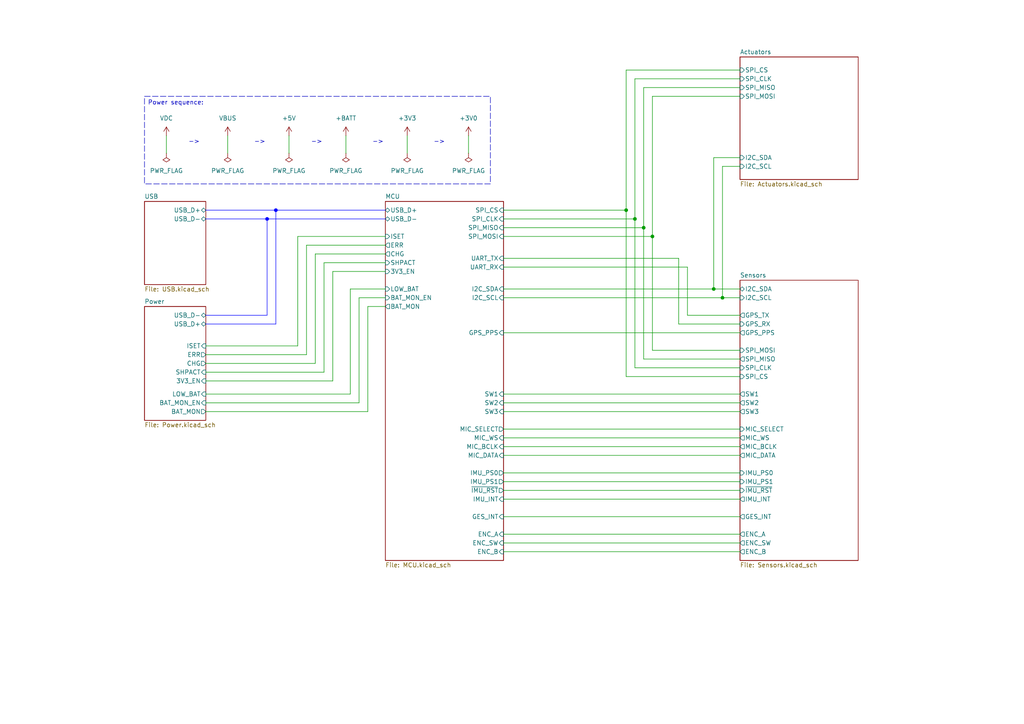
<source format=kicad_sch>
(kicad_sch (version 20230121) (generator eeschema)
  (paper "A4")
  (lib_symbols
    (symbol "power:+3V0" (power) (pin_names (offset 0))
      (property "Value" "+3V0" (at 0 3.556 0))
      (symbol "+3V0_0_1"
        (polyline (pts (xy -0.762 1.27) (xy 0 2.54)))
        (polyline (pts (xy 0 0) (xy 0 2.54)))
        (polyline (pts (xy 0 2.54) (xy 0.762 1.27)))
      )
      (symbol "+3V0_1_1"
        (pin power_in line (at 0 0 90) (length 0) hide (name "+3V0") (number "1"))
      )
    )
    (symbol "power:+3V3" (power) (pin_names (offset 0))
      (property "Value" "+3V3" (at 0 3.556 0))
      (symbol "+3V3_0_1"
        (polyline (pts (xy -0.762 1.27) (xy 0 2.54)))
        (polyline (pts (xy 0 0) (xy 0 2.54)))
        (polyline (pts (xy 0 2.54) (xy 0.762 1.27)))
      )
      (symbol "+3V3_1_1"
        (pin power_in line (at 0 0 90) (length 0) hide (name "+3V3") (number "1"))
      )
    )
    (symbol "power:+5V" (power) (pin_names (offset 0))
      (property "Value" "+5V" (at 0 3.556 0))
      (symbol "+5V_0_1"
        (polyline (pts (xy -0.762 1.27) (xy 0 2.54)))
        (polyline (pts (xy 0 0) (xy 0 2.54)))
        (polyline (pts (xy 0 2.54) (xy 0.762 1.27)))
      )
      (symbol "+5V_1_1"
        (pin power_in line (at 0 0 90) (length 0) hide (name "+5V") (number "1"))
      )
    )
    (symbol "power:+BATT" (power) (pin_names (offset 0))
      (property "Value" "+BATT" (at 0 3.556 0))
      (symbol "+BATT_0_1"
        (polyline (pts (xy -0.762 1.27) (xy 0 2.54)))
        (polyline (pts (xy 0 0) (xy 0 2.54)))
        (polyline (pts (xy 0 2.54) (xy 0.762 1.27)))
      )
      (symbol "+BATT_1_1"
        (pin power_in line (at 0 0 90) (length 0) hide (name "+BATT") (number "1"))
      )
    )
    (symbol "power:PWR_FLAG" (power) (pin_numbers hide) (pin_names (offset 0) hide)
      (property "Value" "PWR_FLAG" (at 0 3.81 0))
      (symbol "PWR_FLAG_0_0"
        (pin power_out line (at 0 0 90) (length 0) (name "pwr") (number "1"))
      )
      (symbol "PWR_FLAG_0_1"
        (polyline (pts (xy 0 0) (xy 0 1.27) (xy -1.016 1.905) (xy 0 2.54) (xy 1.016 1.905) (xy 0 1.27)))
      )
    )
    (symbol "power:VBUS" (power) (pin_names (offset 0))
      (property "Value" "VBUS" (at 0 3.81 0))
      (symbol "VBUS_0_1"
        (polyline (pts (xy -0.762 1.27) (xy 0 2.54)))
        (polyline (pts (xy 0 0) (xy 0 2.54)))
        (polyline (pts (xy 0 2.54) (xy 0.762 1.27)))
      )
      (symbol "VBUS_1_1"
        (pin power_in line (at 0 0 90) (length 0) hide (name "VBUS") (number "1"))
      )
    )
    (symbol "power:VDC" (power) (pin_names (offset 0))
      (property "Value" "VDC" (at 0 6.35 0))
      (symbol "VDC_0_1"
        (polyline (pts (xy -0.762 1.27) (xy 0 2.54)))
        (polyline (pts (xy 0 0) (xy 0 2.54)))
        (polyline (pts (xy 0 2.54) (xy 0.762 1.27)))
      )
      (symbol "VDC_1_1"
        (pin power_in line (at 0 0 90) (length 0) hide (name "VDC") (number "1"))
      )
    )
  )
  (junction (at 80.01 60.96) (color 0 0 255 1))
  (junction (at 207.01 83.82))
  (junction (at 186.69 66.04))
  (junction (at 209.55 86.36))
  (junction (at 77.47 63.5) (color 0 0 255 1))
  (junction (at 181.61 60.96))
  (junction (at 184.15 63.5))
  (junction (at 189.23 68.58))
  (wire (pts (xy 86.36 68.58) (xy 111.76 68.58)))
  (wire (pts (xy 146.05 83.82) (xy 207.01 83.82)))
  (wire (pts (xy 146.05 137.16) (xy 214.63 137.16)))
  (wire (pts (xy 199.39 91.44) (xy 199.39 77.47)))
  (wire (pts (xy 146.05 96.52) (xy 214.63 96.52)))
  (wire (pts (xy 88.9 102.87) (xy 59.69 102.87)))
  (wire (pts (xy 77.47 63.5) (xy 111.76 63.5)) (stroke (width 0) (color 0 0 255 1)))
  (wire (pts (xy 135.89 39.37) (xy 135.89 44.45)))
  (wire (pts (xy 118.11 39.37) (xy 118.11 44.45)))
  (wire (pts (xy 59.69 91.44) (xy 77.47 91.44)) (stroke (width 0) (color 0 0 255 1)))
  (wire (pts (xy 146.05 114.3) (xy 214.63 114.3)))
  (wire (pts (xy 59.69 93.98) (xy 80.01 93.98)) (stroke (width 0) (color 0 0 255 1)))
  (wire (pts (xy 146.05 129.54) (xy 214.63 129.54)))
  (wire (pts (xy 59.69 100.33) (xy 86.36 100.33)))
  (wire (pts (xy 59.69 105.41) (xy 91.44 105.41)))
  (wire (pts (xy 100.33 39.37) (xy 100.33 44.45)))
  (wire (pts (xy 189.23 27.94) (xy 189.23 68.58)))
  (wire (pts (xy 214.63 106.68) (xy 184.15 106.68)))
  (wire (pts (xy 214.63 48.26) (xy 209.55 48.26)))
  (wire (pts (xy 111.76 78.74) (xy 96.52 78.74)))
  (wire (pts (xy 186.69 25.4) (xy 186.69 66.04)))
  (wire (pts (xy 146.05 119.38) (xy 214.63 119.38)))
  (wire (pts (xy 214.63 93.98) (xy 196.85 93.98)))
  (wire (pts (xy 48.26 39.37) (xy 48.26 44.45)))
  (wire (pts (xy 146.05 116.84) (xy 214.63 116.84)))
  (wire (pts (xy 214.63 27.94) (xy 189.23 27.94)))
  (wire (pts (xy 106.68 88.9) (xy 106.68 119.38)))
  (wire (pts (xy 96.52 110.49) (xy 59.69 110.49)))
  (wire (pts (xy 214.63 20.32) (xy 181.61 20.32)))
  (wire (pts (xy 91.44 73.66) (xy 111.76 73.66)))
  (wire (pts (xy 111.76 86.36) (xy 104.14 86.36)))
  (wire (pts (xy 146.05 144.78) (xy 214.63 144.78)))
  (wire (pts (xy 66.04 44.45) (xy 66.04 39.37)))
  (wire (pts (xy 101.6 83.82) (xy 101.6 114.3)))
  (wire (pts (xy 77.47 91.44) (xy 77.47 63.5)) (stroke (width 0) (color 0 0 255 1)))
  (wire (pts (xy 146.05 74.93) (xy 196.85 74.93)))
  (wire (pts (xy 146.05 139.7) (xy 214.63 139.7)))
  (wire (pts (xy 101.6 114.3) (xy 59.69 114.3)))
  (wire (pts (xy 146.05 127) (xy 214.63 127)))
  (wire (pts (xy 86.36 100.33) (xy 86.36 68.58)))
  (wire (pts (xy 146.05 142.24) (xy 214.63 142.24)))
  (wire (pts (xy 189.23 101.6) (xy 189.23 68.58)))
  (wire (pts (xy 106.68 119.38) (xy 59.69 119.38)))
  (wire (pts (xy 104.14 86.36) (xy 104.14 116.84)))
  (wire (pts (xy 214.63 104.14) (xy 186.69 104.14)))
  (wire (pts (xy 146.05 132.08) (xy 214.63 132.08)))
  (wire (pts (xy 146.05 68.58) (xy 189.23 68.58)))
  (wire (pts (xy 88.9 71.12) (xy 88.9 102.87)))
  (wire (pts (xy 146.05 60.96) (xy 181.61 60.96)))
  (wire (pts (xy 214.63 101.6) (xy 189.23 101.6)))
  (wire (pts (xy 59.69 60.96) (xy 80.01 60.96)) (stroke (width 0) (color 0 0 255 1)))
  (wire (pts (xy 146.05 124.46) (xy 214.63 124.46)))
  (wire (pts (xy 207.01 45.72) (xy 207.01 83.82)))
  (wire (pts (xy 146.05 86.36) (xy 209.55 86.36)))
  (wire (pts (xy 214.63 25.4) (xy 186.69 25.4)))
  (wire (pts (xy 93.98 76.2) (xy 93.98 107.95)))
  (wire (pts (xy 93.98 107.95) (xy 59.69 107.95)))
  (wire (pts (xy 80.01 60.96) (xy 111.76 60.96)) (stroke (width 0) (color 0 0 255 1)))
  (wire (pts (xy 214.63 109.22) (xy 181.61 109.22)))
  (wire (pts (xy 146.05 66.04) (xy 186.69 66.04)))
  (wire (pts (xy 214.63 45.72) (xy 207.01 45.72)))
  (wire (pts (xy 181.61 20.32) (xy 181.61 60.96)))
  (wire (pts (xy 146.05 149.86) (xy 214.63 149.86)))
  (wire (pts (xy 196.85 93.98) (xy 196.85 74.93)))
  (wire (pts (xy 207.01 83.82) (xy 214.63 83.82)))
  (wire (pts (xy 214.63 22.86) (xy 184.15 22.86)))
  (wire (pts (xy 209.55 48.26) (xy 209.55 86.36)))
  (wire (pts (xy 146.05 77.47) (xy 199.39 77.47)))
  (wire (pts (xy 184.15 22.86) (xy 184.15 63.5)))
  (wire (pts (xy 83.82 39.37) (xy 83.82 44.45)))
  (wire (pts (xy 181.61 109.22) (xy 181.61 60.96)))
  (wire (pts (xy 111.76 88.9) (xy 106.68 88.9)))
  (wire (pts (xy 96.52 78.74) (xy 96.52 110.49)))
  (wire (pts (xy 104.14 116.84) (xy 59.69 116.84)))
  (wire (pts (xy 146.05 157.48) (xy 214.63 157.48)))
  (wire (pts (xy 209.55 86.36) (xy 214.63 86.36)))
  (wire (pts (xy 214.63 91.44) (xy 199.39 91.44)))
  (wire (pts (xy 111.76 71.12) (xy 88.9 71.12)))
  (wire (pts (xy 111.76 83.82) (xy 101.6 83.82)))
  (wire (pts (xy 59.69 63.5) (xy 77.47 63.5)) (stroke (width 0) (color 0 0 255 1)))
  (wire (pts (xy 146.05 160.02) (xy 214.63 160.02)))
  (wire (pts (xy 111.76 76.2) (xy 93.98 76.2)))
  (wire (pts (xy 184.15 106.68) (xy 184.15 63.5)))
  (wire (pts (xy 186.69 104.14) (xy 186.69 66.04)))
  (wire (pts (xy 146.05 154.94) (xy 214.63 154.94)))
  (wire (pts (xy 91.44 105.41) (xy 91.44 73.66)))
  (wire (pts (xy 146.05 63.5) (xy 184.15 63.5)))
  (wire (pts (xy 80.01 93.98) (xy 80.01 60.96)) (stroke (width 0) (color 0 0 255 1)))
  (text_box "Power sequence:" (at 41.91 27.94 0) (size 100.33 25.4) (stroke (width 0) (type dash)) (effects (font (size 1.27 1.27)) (justify left top)))
  (text "->" (at 125.73 41.91 0) (effects (font (size 1.27 1.27)) (justify left bottom)))
  (text "->" (at 54.61 41.91 0) (effects (font (size 1.27 1.27)) (justify left bottom)))
  (text "->" (at 90.17 41.91 0) (effects (font (size 1.27 1.27)) (justify left bottom)))
  (text "->" (at 73.66 41.91 0) (effects (font (size 1.27 1.27)) (justify left bottom)))
  (text "->" (at 107.95 41.91 0) (effects (font (size 1.27 1.27)) (justify left bottom)))
  (symbol (lib_id "power:VDC") (at 48.26 39.37 0) (unit 1)
    (property "Reference" "#PWR01" (effects hide))
    (property "Value" "VDC" (at 48.26 34.29 0))
  )
  (symbol (lib_id "power:PWR_FLAG") (at 118.11 44.45 180) (unit 1)
    (property "Reference" "#FLG05" (effects hide))
    (property "Value" "PWR_FLAG" (at 118.11 49.53 0))
  )
  (symbol (lib_id "power:PWR_FLAG") (at 100.33 44.45 180) (unit 1)
    (property "Reference" "#FLG04" (effects hide))
    (property "Value" "PWR_FLAG" (at 100.33 49.53 0))
  )
  (symbol (lib_id "power:+5V") (at 83.82 39.37 0) (unit 1)
    (property "Reference" "#PWR03" (effects hide))
    (property "Value" "+5V" (at 83.82 34.29 0))
  )
  (symbol (lib_id "power:VBUS") (at 66.04 39.37 0) (unit 1)
    (property "Reference" "#PWR02" (effects hide))
    (property "Value" "VBUS" (at 66.04 34.29 0))
  )
  (symbol (lib_id "power:PWR_FLAG") (at 66.04 44.45 180) (unit 1)
    (property "Reference" "#FLG02" (effects hide))
    (property "Value" "PWR_FLAG" (at 66.04 49.53 0))
  )
  (symbol (lib_id "power:+3V3") (at 118.11 39.37 0) (unit 1)
    (property "Reference" "#PWR05" (effects hide))
    (property "Value" "+3V3" (at 118.11 34.29 0))
  )
  (symbol (lib_id "power:+BATT") (at 100.33 39.37 0) (unit 1)
    (property "Reference" "#PWR04" (effects hide))
    (property "Value" "+BATT" (at 100.33 34.29 0))
  )
  (symbol (lib_id "power:PWR_FLAG") (at 135.89 44.45 180) (unit 1)
    (property "Reference" "#FLG06" (effects hide))
    (property "Value" "PWR_FLAG" (at 135.89 49.53 0))
  )
  (symbol (lib_id "power:PWR_FLAG") (at 48.26 44.45 180) (unit 1)
    (property "Reference" "#FLG01" (effects hide))
    (property "Value" "PWR_FLAG" (at 48.26 49.53 0))
  )
  (symbol (lib_id "power:PWR_FLAG") (at 83.82 44.45 180) (unit 1)
    (property "Reference" "#FLG03" (effects hide))
    (property "Value" "PWR_FLAG" (at 83.82 49.53 0))
  )
  (symbol (lib_id "power:+3V0") (at 135.89 39.37 0) (unit 1)
    (property "Reference" "#PWR06" (effects hide))
    (property "Value" "+3V0" (at 135.89 34.29 0))
  )
  (sheet (at 214.63 81.28) (size 34.29 81.28) (stroke (width 0.1524))
    (property "Sheetname" "Sensors" (at 214.63 80.5684 0) (effects (justify left bottom)))
    (property "Sheetfile" "Sensors.kicad_sch" (at 214.63 163.1446 0) (effects (justify left top)))
    (pin "SPI_CLK" input (at 214.63 106.68 180))
    (pin "SPI_CS" input (at 214.63 109.22 180))
    (pin "SPI_MOSI" input (at 214.63 101.6 180))
    (pin "SPI_MISO" output (at 214.63 104.14 180))
    (pin "I2C_SCL" input (at 214.63 86.36 180))
    (pin "I2C_SDA" bidirectional (at 214.63 83.82 180))
    (pin "SW1" output (at 214.63 114.3 180))
    (pin "SW2" output (at 214.63 116.84 180))
    (pin "SW3" output (at 214.63 119.38 180))
    (pin "GPS_PPS" output (at 214.63 96.52 180))
    (pin "GPS_RX" input (at 214.63 93.98 180))
    (pin "GPS_TX" output (at 214.63 91.44 180))
    (pin "MIC_SELECT" input (at 214.63 124.46 180))
    (pin "MIC_WS" output (at 214.63 127 180))
    (pin "MIC_BCLK" output (at 214.63 129.54 180))
    (pin "MIC_DATA" output (at 214.63 132.08 180))
    (pin "GES_INT" output (at 214.63 149.86 180))
    (pin "ENC_B" output (at 214.63 160.02 180))
    (pin "ENC_SW" output (at 214.63 157.48 180))
    (pin "ENC_A" output (at 214.63 154.94 180))
    (pin "IMU_PS1" input (at 214.63 139.7 180))
    (pin "IMU_PS0" input (at 214.63 137.16 180))
    (pin "~{IMU_RST}" input (at 214.63 142.24 180))
    (pin "IMU_INT" output (at 214.63 144.78 180))
  )
  (sheet (at 214.63 16.51) (size 34.29 35.56) (stroke (width 0.1524))
    (property "Sheetname" "Actuators" (at 214.63 15.7984 0) (effects (justify left bottom)))
    (property "Sheetfile" "Actuators.kicad_sch" (at 214.63 52.6546 0) (effects (justify left top)))
    (pin "I2C_SDA" input (at 214.63 45.72 180))
    (pin "I2C_SCL" input (at 214.63 48.26 180))
    (pin "SPI_CLK" input (at 214.63 22.86 180))
    (pin "SPI_CS" input (at 214.63 20.32 180))
    (pin "SPI_MOSI" input (at 214.63 27.94 180))
    (pin "SPI_MISO" input (at 214.63 25.4 180))
  )
  (sheet (at 41.91 88.9) (size 17.78 33.02) (stroke (width 0.1524))
    (property "Sheetname" "Power" (at 41.91 88.1884 0) (effects (justify left bottom)))
    (property "Sheetfile" "Power.kicad_sch" (at 41.91 122.5046 0) (effects (justify left top)))
    (pin "USB_D+" bidirectional (at 59.69 93.98 0))
    (pin "USB_D-" bidirectional (at 59.69 91.44 0))
    (pin "ISET" input (at 59.69 100.33 0))
    (pin "SHPACT" input (at 59.69 107.95 0))
    (pin "BAT_MON" output (at 59.69 119.38 0))
    (pin "BAT_MON_EN" input (at 59.69 116.84 0))
    (pin "LOW_BAT" input (at 59.69 114.3 0))
    (pin "ERR" output (at 59.69 102.87 0))
    (pin "CHG" output (at 59.69 105.41 0))
    (pin "3V3_EN" input (at 59.69 110.49 0))
  )
  (sheet (at 111.76 58.42) (size 34.29 104.14) (stroke (width 0.1524))
    (property "Sheetname" "MCU" (at 111.76 57.7084 0) (effects (justify left bottom)))
    (property "Sheetfile" "MCU.kicad_sch" (at 111.76 163.1446 0) (effects (justify left top)))
    (pin "USB_D+" bidirectional (at 111.76 60.96 180))
    (pin "USB_D-" bidirectional (at 111.76 63.5 180))
    (pin "CHG" output (at 111.76 73.66 180))
    (pin "SHPACT" input (at 111.76 76.2 180))
    (pin "LOW_BAT" input (at 111.76 83.82 180))
    (pin "BAT_MON" output (at 111.76 88.9 180))
    (pin "BAT_MON_EN" input (at 111.76 86.36 180))
    (pin "ISET" input (at 111.76 68.58 180))
    (pin "ERR" output (at 111.76 71.12 180))
    (pin "SPI_CLK" input (at 146.05 63.5 0))
    (pin "SPI_CS" input (at 146.05 60.96 0))
    (pin "SPI_MOSI" input (at 146.05 68.58 0))
    (pin "I2C_SDA" input (at 146.05 83.82 0))
    (pin "I2C_SCL" input (at 146.05 86.36 0))
    (pin "UART_TX" input (at 146.05 74.93 0))
    (pin "SPI_MISO" input (at 146.05 66.04 0))
    (pin "UART_RX" input (at 146.05 77.47 0))
    (pin "3V3_EN" input (at 111.76 78.74 180))
    (pin "ENC_SW" input (at 146.05 157.48 0))
    (pin "SW2" input (at 146.05 116.84 0))
    (pin "ENC_A" input (at 146.05 154.94 0))
    (pin "ENC_B" input (at 146.05 160.02 0))
    (pin "SW3" input (at 146.05 119.38 0))
    (pin "GES_INT" input (at 146.05 149.86 0))
    (pin "GPS_PPS" input (at 146.05 96.52 0))
    (pin "~{IMU_RST}" output (at 146.05 142.24 0))
    (pin "IMU_PS0" output (at 146.05 137.16 0))
    (pin "IMU_PS1" output (at 146.05 139.7 0))
    (pin "IMU_INT" input (at 146.05 144.78 0))
    (pin "MIC_WS" input (at 146.05 127 0))
    (pin "MIC_DATA" input (at 146.05 132.08 0))
    (pin "SW1" input (at 146.05 114.3 0))
    (pin "MIC_BCLK" input (at 146.05 129.54 0))
    (pin "MIC_SELECT" output (at 146.05 124.46 0))
  )
  (sheet (at 41.91 58.42) (size 17.78 24.13) (stroke (width 0.1524))
    (property "Sheetname" "USB" (at 41.91 57.7084 0) (effects (justify left bottom)))
    (property "Sheetfile" "USB.kicad_sch" (at 41.91 83.1346 0) (effects (justify left top)))
    (pin "USB_D+" bidirectional (at 59.69 60.96 0))
    (pin "USB_D-" bidirectional (at 59.69 63.5 0))
  )
)
</source>
